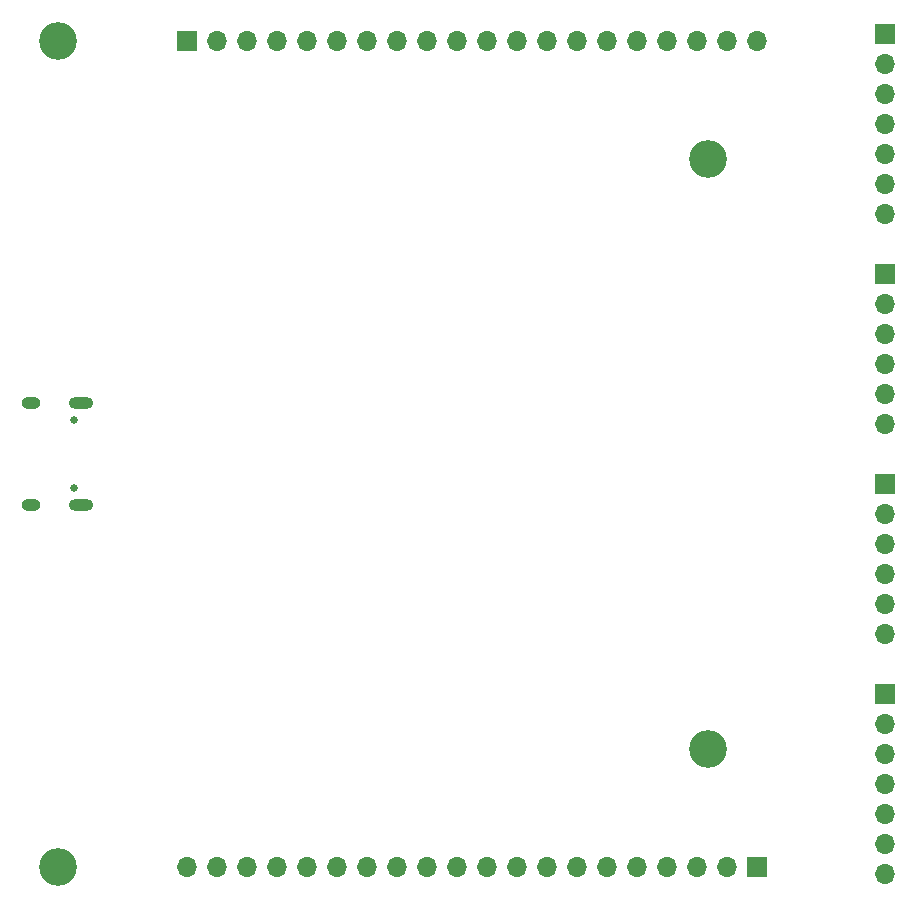
<source format=gbs>
G04 #@! TF.GenerationSoftware,KiCad,Pcbnew,6.0.7-f9a2dced07~116~ubuntu22.04.1*
G04 #@! TF.CreationDate,2022-10-14T15:58:08-07:00*
G04 #@! TF.ProjectId,ft2232-breakout,66743232-3332-42d6-9272-65616b6f7574,rev?*
G04 #@! TF.SameCoordinates,Original*
G04 #@! TF.FileFunction,Soldermask,Bot*
G04 #@! TF.FilePolarity,Negative*
%FSLAX46Y46*%
G04 Gerber Fmt 4.6, Leading zero omitted, Abs format (unit mm)*
G04 Created by KiCad (PCBNEW 6.0.7-f9a2dced07~116~ubuntu22.04.1) date 2022-10-14 15:58:08*
%MOMM*%
%LPD*%
G01*
G04 APERTURE LIST*
%ADD10C,0.650000*%
%ADD11O,1.600000X1.000000*%
%ADD12O,2.100000X1.000000*%
%ADD13R,1.700000X1.700000*%
%ADD14O,1.700000X1.700000*%
%ADD15C,3.200000*%
G04 APERTURE END LIST*
D10*
G04 #@! TO.C,J1*
X61373200Y-87110000D03*
X61373200Y-92890000D03*
D11*
X57723200Y-85680000D03*
D12*
X61903200Y-94320000D03*
D11*
X57723200Y-94320000D03*
D12*
X61903200Y-85680000D03*
G04 #@! TD*
D13*
G04 #@! TO.C,J6*
X130000000Y-92540000D03*
D14*
X130000000Y-95080000D03*
X130000000Y-97620000D03*
X130000000Y-100160000D03*
X130000000Y-102700000D03*
X130000000Y-105240000D03*
G04 #@! TD*
D13*
G04 #@! TO.C,J4*
X130000000Y-110320000D03*
D14*
X130000000Y-112860000D03*
X130000000Y-115400000D03*
X130000000Y-117940000D03*
X130000000Y-120480000D03*
X130000000Y-123020000D03*
X130000000Y-125560000D03*
G04 #@! TD*
D15*
G04 #@! TO.C,H2*
X60000000Y-55000000D03*
G04 #@! TD*
G04 #@! TO.C,H1*
X115000000Y-65000000D03*
G04 #@! TD*
D13*
G04 #@! TO.C,J5*
X130000000Y-54440000D03*
D14*
X130000000Y-56980000D03*
X130000000Y-59520000D03*
X130000000Y-62060000D03*
X130000000Y-64600000D03*
X130000000Y-67140000D03*
X130000000Y-69680000D03*
G04 #@! TD*
D15*
G04 #@! TO.C,H4*
X115000000Y-115000000D03*
G04 #@! TD*
G04 #@! TO.C,H3*
X60000000Y-125000000D03*
G04 #@! TD*
D13*
G04 #@! TO.C,J3*
X70870000Y-55000000D03*
D14*
X73410000Y-55000000D03*
X75950000Y-55000000D03*
X78490000Y-55000000D03*
X81030000Y-55000000D03*
X83570000Y-55000000D03*
X86110000Y-55000000D03*
X88650000Y-55000000D03*
X91190000Y-55000000D03*
X93730000Y-55000000D03*
X96270000Y-55000000D03*
X98810000Y-55000000D03*
X101350000Y-55000000D03*
X103890000Y-55000000D03*
X106430000Y-55000000D03*
X108970000Y-55000000D03*
X111510000Y-55000000D03*
X114050000Y-55000000D03*
X116590000Y-55000000D03*
X119130000Y-55000000D03*
G04 #@! TD*
D13*
G04 #@! TO.C,J7*
X130000000Y-74760000D03*
D14*
X130000000Y-77300000D03*
X130000000Y-79840000D03*
X130000000Y-82380000D03*
X130000000Y-84920000D03*
X130000000Y-87460000D03*
G04 #@! TD*
D13*
G04 #@! TO.C,J2*
X119130000Y-125000000D03*
D14*
X116590000Y-125000000D03*
X114050000Y-125000000D03*
X111510000Y-125000000D03*
X108970000Y-125000000D03*
X106430000Y-125000000D03*
X103890000Y-125000000D03*
X101350000Y-125000000D03*
X98810000Y-125000000D03*
X96270000Y-125000000D03*
X93730000Y-125000000D03*
X91190000Y-125000000D03*
X88650000Y-125000000D03*
X86110000Y-125000000D03*
X83570000Y-125000000D03*
X81030000Y-125000000D03*
X78490000Y-125000000D03*
X75950000Y-125000000D03*
X73410000Y-125000000D03*
X70870000Y-125000000D03*
G04 #@! TD*
M02*

</source>
